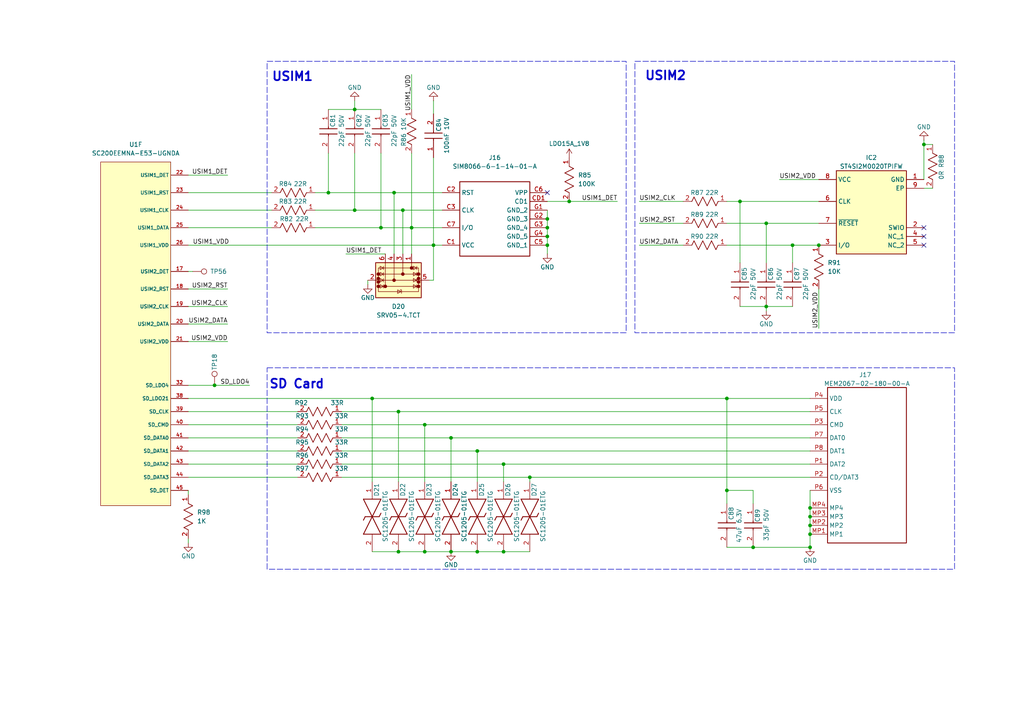
<source format=kicad_sch>
(kicad_sch (version 20250114) (generator "eeschema") (generator_version "9.0")
  (paper "A4")
  (title_block (title "SIMs & SD Card") (date "2025-10-07") (rev "v1.0") (company "Author: Mehmet Cihangir") (comment 1 "CamTracker"))
  (rectangle (start 77.47 106.68) (end 276.86 165.1) (stroke (width 0) (type dash)))
  (rectangle (start 184.15 17.78) (end 276.86 96.52) (stroke (width 0) (type dash)))
  (rectangle (start 77.47 17.78) (end 181.61 96.52) (stroke (width 0) (type dash)))
  (text "USIM2" (at 193.04 22.098 0) (effects (font (size 2.54 2.54) (thickness 0.508) (bold yes))))
  (text "USIM1" (at 84.836 22.352 0) (effects (font (size 2.54 2.54) (thickness 0.508) (bold yes))))
  (text "SD Card" (at 86.106 111.506 0) (effects (font (size 2.54 2.54) (thickness 0.508) (bold yes))))
  (junction (at 102.87 31.75))
  (junction (at 234.95 149.86))
  (junction (at 110.49 66.04))
  (junction (at 95.25 55.88))
  (junction (at 107.95 115.57))
  (junction (at 229.87 71.12))
  (junction (at 146.05 160.02))
  (junction (at 153.67 138.43))
  (junction (at 102.87 60.96))
  (junction (at 115.57 160.02))
  (junction (at 130.81 160.02))
  (junction (at 218.44 158.75))
  (junction (at 267.97 41.91))
  (junction (at 138.43 160.02))
  (junction (at 114.3 55.88))
  (junction (at 165.1 58.42))
  (junction (at 234.95 152.4))
  (junction (at 138.43 130.81))
  (junction (at 62.23 111.76))
  (junction (at 119.38 66.04))
  (junction (at 237.49 71.12))
  (junction (at 158.75 66.04))
  (junction (at 234.95 158.75))
  (junction (at 146.05 134.62))
  (junction (at 116.84 60.96))
  (junction (at 115.57 119.38))
  (junction (at 123.19 160.02))
  (junction (at 158.75 71.12))
  (junction (at 222.25 88.9))
  (junction (at 210.82 115.57))
  (junction (at 210.82 142.24))
  (junction (at 123.19 123.19))
  (junction (at 214.63 58.42))
  (junction (at 222.25 64.77))
  (junction (at 130.81 127))
  (junction (at 158.75 68.58))
  (junction (at 234.95 154.94))
  (junction (at 125.73 71.12))
  (junction (at 234.95 147.32))
  (junction (at 158.75 63.5))
  (no_connect (at 267.97 68.58))
  (no_connect (at 267.97 71.12))
  (no_connect (at 158.75 55.88))
  (no_connect (at 267.97 66.04))
  (wire (pts (xy 54.61 93.98) (xy 66.04 93.98)))
  (wire (pts (xy 158.75 60.96) (xy 158.75 63.5)))
  (wire (pts (xy 218.44 158.75) (xy 234.95 158.75)))
  (wire (pts (xy 158.75 68.58) (xy 158.75 71.12)))
  (wire (pts (xy 119.38 44.45) (xy 119.38 66.04)))
  (wire (pts (xy 119.38 66.04) (xy 110.49 66.04)))
  (wire (pts (xy 222.25 88.9) (xy 229.87 88.9)))
  (wire (pts (xy 153.67 138.43) (xy 234.95 138.43)))
  (wire (pts (xy 153.67 138.43) (xy 153.67 139.7)))
  (wire (pts (xy 102.87 31.75) (xy 110.49 31.75)))
  (wire (pts (xy 267.97 41.91) (xy 270.51 41.91)))
  (wire (pts (xy 210.82 58.42) (xy 214.63 58.42)))
  (wire (pts (xy 107.95 115.57) (xy 107.95 139.7)))
  (wire (pts (xy 237.49 95.25) (xy 237.49 83.82)))
  (wire (pts (xy 54.61 111.76) (xy 62.23 111.76)))
  (wire (pts (xy 119.38 21.59) (xy 119.38 31.75)))
  (wire (pts (xy 102.87 31.75) (xy 102.87 29.21)))
  (wire (pts (xy 198.12 64.77) (xy 185.42 64.77)))
  (wire (pts (xy 210.82 158.75) (xy 218.44 158.75)))
  (wire (pts (xy 267.97 54.61) (xy 270.51 54.61)))
  (wire (pts (xy 214.63 88.9) (xy 222.25 88.9)))
  (wire (pts (xy 99.06 123.19) (xy 123.19 123.19)))
  (wire (pts (xy 54.61 157.48) (xy 54.61 156.21)))
  (wire (pts (xy 54.61 138.43) (xy 86.36 138.43)))
  (wire (pts (xy 138.43 130.81) (xy 234.95 130.81)))
  (wire (pts (xy 54.61 88.9) (xy 66.04 88.9)))
  (wire (pts (xy 234.95 147.32) (xy 234.95 149.86)))
  (wire (pts (xy 107.95 160.02) (xy 115.57 160.02)))
  (wire (pts (xy 222.25 64.77) (xy 237.49 64.77)))
  (wire (pts (xy 107.95 115.57) (xy 210.82 115.57)))
  (wire (pts (xy 130.81 127) (xy 130.81 139.7)))
  (wire (pts (xy 119.38 66.04) (xy 119.38 73.66)))
  (wire (pts (xy 54.61 99.06) (xy 66.04 99.06)))
  (wire (pts (xy 229.87 71.12) (xy 229.87 76.2)))
  (wire (pts (xy 146.05 134.62) (xy 234.95 134.62)))
  (wire (pts (xy 115.57 160.02) (xy 123.19 160.02)))
  (wire (pts (xy 123.19 160.02) (xy 130.81 160.02)))
  (wire (pts (xy 234.95 154.94) (xy 234.95 158.75)))
  (wire (pts (xy 54.61 127) (xy 86.36 127)))
  (wire (pts (xy 130.81 160.02) (xy 138.43 160.02)))
  (wire (pts (xy 115.57 119.38) (xy 234.95 119.38)))
  (wire (pts (xy 66.04 50.8) (xy 54.61 50.8)))
  (wire (pts (xy 123.19 123.19) (xy 234.95 123.19)))
  (wire (pts (xy 198.12 71.12) (xy 185.42 71.12)))
  (wire (pts (xy 222.25 88.9) (xy 222.25 90.17)))
  (wire (pts (xy 114.3 55.88) (xy 114.3 73.66)))
  (wire (pts (xy 125.73 29.21) (xy 125.73 33.02)))
  (wire (pts (xy 237.49 52.07) (xy 226.06 52.07)))
  (wire (pts (xy 158.75 71.12) (xy 158.75 73.66)))
  (wire (pts (xy 54.61 83.82) (xy 66.04 83.82)))
  (wire (pts (xy 95.25 31.75) (xy 102.87 31.75)))
  (wire (pts (xy 267.97 41.91) (xy 267.97 52.07)))
  (wire (pts (xy 62.23 111.76) (xy 72.39 111.76)))
  (wire (pts (xy 54.61 71.12) (xy 125.73 71.12)))
  (wire (pts (xy 128.27 66.04) (xy 119.38 66.04)))
  (wire (pts (xy 128.27 60.96) (xy 116.84 60.96)))
  (wire (pts (xy 99.06 138.43) (xy 153.67 138.43)))
  (wire (pts (xy 54.61 123.19) (xy 86.36 123.19)))
  (wire (pts (xy 54.61 55.88) (xy 78.74 55.88)))
  (wire (pts (xy 54.61 115.57) (xy 107.95 115.57)))
  (wire (pts (xy 125.73 81.28) (xy 125.73 71.12)))
  (wire (pts (xy 114.3 55.88) (xy 95.25 55.88)))
  (wire (pts (xy 130.81 127) (xy 234.95 127)))
  (wire (pts (xy 210.82 115.57) (xy 210.82 142.24)))
  (wire (pts (xy 210.82 64.77) (xy 222.25 64.77)))
  (wire (pts (xy 158.75 58.42) (xy 165.1 58.42)))
  (wire (pts (xy 128.27 55.88) (xy 114.3 55.88)))
  (wire (pts (xy 218.44 142.24) (xy 210.82 142.24)))
  (wire (pts (xy 106.68 82.55) (xy 106.68 81.28)))
  (wire (pts (xy 99.06 119.38) (xy 115.57 119.38)))
  (wire (pts (xy 99.06 130.81) (xy 138.43 130.81)))
  (wire (pts (xy 100.33 73.66) (xy 111.76 73.66)))
  (wire (pts (xy 110.49 44.45) (xy 110.49 66.04)))
  (wire (pts (xy 146.05 134.62) (xy 146.05 139.7)))
  (wire (pts (xy 54.61 130.81) (xy 86.36 130.81)))
  (wire (pts (xy 267.97 40.64) (xy 267.97 41.91)))
  (wire (pts (xy 99.06 127) (xy 130.81 127)))
  (wire (pts (xy 210.82 115.57) (xy 234.95 115.57)))
  (wire (pts (xy 95.25 55.88) (xy 91.44 55.88)))
  (wire (pts (xy 110.49 66.04) (xy 91.44 66.04)))
  (wire (pts (xy 210.82 142.24) (xy 210.82 146.05)))
  (wire (pts (xy 158.75 66.04) (xy 158.75 68.58)))
  (wire (pts (xy 124.46 81.28) (xy 125.73 81.28)))
  (wire (pts (xy 165.1 58.42) (xy 179.07 58.42)))
  (wire (pts (xy 54.61 143.51) (xy 54.61 142.24)))
  (wire (pts (xy 102.87 60.96) (xy 91.44 60.96)))
  (wire (pts (xy 55.88 78.74) (xy 54.61 78.74)))
  (wire (pts (xy 123.19 123.19) (xy 123.19 139.7)))
  (wire (pts (xy 210.82 71.12) (xy 229.87 71.12)))
  (wire (pts (xy 125.73 45.72) (xy 125.73 71.12)))
  (wire (pts (xy 234.95 142.24) (xy 234.95 147.32)))
  (wire (pts (xy 229.87 71.12) (xy 237.49 71.12)))
  (wire (pts (xy 138.43 160.02) (xy 146.05 160.02)))
  (wire (pts (xy 138.43 130.81) (xy 138.43 139.7)))
  (wire (pts (xy 54.61 134.62) (xy 86.36 134.62)))
  (wire (pts (xy 54.61 60.96) (xy 78.74 60.96)))
  (wire (pts (xy 214.63 58.42) (xy 237.49 58.42)))
  (wire (pts (xy 116.84 60.96) (xy 102.87 60.96)))
  (wire (pts (xy 218.44 146.05) (xy 218.44 142.24)))
  (wire (pts (xy 198.12 58.42) (xy 185.42 58.42)))
  (wire (pts (xy 158.75 63.5) (xy 158.75 66.04)))
  (wire (pts (xy 234.95 152.4) (xy 234.95 154.94)))
  (wire (pts (xy 95.25 44.45) (xy 95.25 55.88)))
  (wire (pts (xy 222.25 64.77) (xy 222.25 76.2)))
  (wire (pts (xy 102.87 44.45) (xy 102.87 60.96)))
  (wire (pts (xy 115.57 119.38) (xy 115.57 139.7)))
  (wire (pts (xy 54.61 119.38) (xy 86.36 119.38)))
  (wire (pts (xy 234.95 149.86) (xy 234.95 152.4)))
  (wire (pts (xy 54.61 66.04) (xy 78.74 66.04)))
  (wire (pts (xy 116.84 60.96) (xy 116.84 73.66)))
  (wire (pts (xy 125.73 71.12) (xy 128.27 71.12)))
  (wire (pts (xy 99.06 134.62) (xy 146.05 134.62)))
  (wire (pts (xy 146.05 160.02) (xy 153.67 160.02)))
  (wire (pts (xy 214.63 58.42) (xy 214.63 76.2)))
  (label "USIM2_DATA" (at 66.04 93.98 180))
  (label "USIM2_VDD" (at 66.04 99.06 180))
  (label "USIM1_DET" (at 66.04 50.8 180))
  (label "USIM1_DET" (at 179.07 58.42 180))
  (label "USIM2_DATA" (at 185.42 71.12 0))
  (label "USIM1_VDD" (at 55.88 71.12 0))
  (label "SD_LDO4" (at 72.39 111.76 180))
  (label "USIM2_RST" (at 185.42 64.77 0))
  (label "USIM1_DET" (at 100.33 73.66 0))
  (label "USIM2_VDD" (at 226.06 52.07 0))
  (label "USIM2_RST" (at 66.04 83.82 180))
  (label "USIM2_CLK" (at 66.04 88.9 180))
  (label "USIM1_VDD" (at 119.38 21.59 270))
  (label "USIM2_CLK" (at 185.42 58.42 0))
  (label "USIM2_VDD" (at 237.49 95.25 90))
  (symbol (lib_id "000MCLib:SC1205-01ETG") (at 153.67 149.86 270) (unit 1)
    (property "Reference" "D27" (at 154.94 144.018 0) (effects (justify right)))
    (property "Value" "SC1205-01ETG" (at 157.48 157.226 0) (effects (justify right)))
    (property "Footprint" "000MCLib:SC120501ETG" (effects (hide yes)))
    (property "Datasheet" "https://www.littelfuse.com/media?resourcetype=datasheets&itemid=fff6fc88-c477-4ea4-984b-6b98f832da15&filename=littelfuse-tvs-diode-array-sc1205-01etg-datasheet-1" (effects (hide yes)))
    (property "Description" "TVS Diode, General Purpose Surge Protection" (effects (hide yes)))
    (property "Manufacturer" "Littelfuse" (effects (hide yes)))
    (property "Part Number" "SC1205-01ETG" (effects (hide yes)))
  )
  (symbol (lib_id "000MCLib:RC0402JR-0733RL") (at 92.71 123.19 0) (unit 1)
    (property "Reference" "R93" (at 87.63 120.65 0))
    (property "Value" "33R" (at 99.06 120.65 0))
    (property "Footprint" "000MCLib:RC0402N_YAG" (effects (hide yes)))
    (property "Description" "Resistor 33R 1/16W CH0402" (effects (hide yes)))
    (property "Manufacturer" "YAGEO" (effects (hide yes)))
    (property "Part Number" "RC0402JR-0733RL" (effects (hide yes)))
  )
  (symbol (lib_id "000MCLib:RC0402JR-0733RL") (at 92.71 130.81 0) (unit 1)
    (property "Reference" "R95" (at 87.63 128.27 0))
    (property "Value" "33R" (at 99.06 128.27 0))
    (property "Footprint" "000MCLib:RC0402N_YAG" (effects (hide yes)))
    (property "Description" "Resistor 33R 1/16W CH0402" (effects (hide yes)))
    (property "Manufacturer" "YAGEO" (effects (hide yes)))
    (property "Part Number" "RC0402JR-0733RL" (effects (hide yes)))
  )
  (symbol (lib_id "000MCLib:RC0402JR-07100KL") (at 165.1 52.07 90) (unit 1)
    (property "Reference" "R85" (at 167.64 50.7999 90) (effects (justify right)))
    (property "Value" "100K" (at 167.64 53.3399 90) (effects (justify right)))
    (property "Footprint" "000MCLib:RC0402N_YAG" (effects (hide yes)))
    (property "Description" "Resistor 100K 1/16W CH0402" (effects (hide yes)))
    (property "Manufacturer" "YAGEO" (effects (hide yes)))
    (property "Part Number" "RC0402JR-07100KL" (effects (hide yes)))
  )
  (symbol (lib_id "power:GND") (at 106.68 82.55 0) (unit 1)
    (property "Reference" "#PWR0140" (effects (hide yes)))
    (property "Value" "GND" (at 106.68 86.36 0))
    (property "Description" "Power symbol creates a global label with name \"GND\" , ground" (effects (hide yes)))
  )
  (symbol (lib_id "000MCLib:RC0402JR-0733RL") (at 92.71 119.38 0) (unit 1)
    (property "Reference" "R92" (at 87.376 116.84 0))
    (property "Value" "33R" (at 97.79 116.84 0))
    (property "Footprint" "000MCLib:RC0402N_YAG" (effects (hide yes)))
    (property "Description" "Resistor 33R 1/16W CH0402" (effects (hide yes)))
    (property "Manufacturer" "YAGEO" (effects (hide yes)))
    (property "Part Number" "RC0402JR-0733RL" (effects (hide yes)))
  )
  (symbol (lib_id "000MCLib:GRM155R71A104KA01D") (at 125.73 39.37 90) (unit 1)
    (property "Reference" "C84" (at 127.254 34.29 0) (effects (justify right)))
    (property "Value" "100nF 10V" (at 129.54 34.036 0) (effects (justify right)))
    (property "Footprint" "000MCLib:CAPC1005X55N" (effects (hide yes)))
    (property "Datasheet" "http://www.murata.com/~/media/webrenewal/support/library/catalog/products/capacitor/mlcc/c02e.pdf" (effects (hide yes)))
    (property "Description" "Capacitor 100nF, 10V, X7R, 0402" (effects (hide yes)))
    (property "Manufacturer" "Murata Electronics" (effects (hide yes)))
    (property "Part Number" "GRM155R71A104KA01D" (effects (hide yes)))
  )
  (symbol (lib_id "000MCLib:RC0402JR-0722RL") (at 204.47 64.77 0) (unit 1)
    (property "Reference" "R89" (at 202.184 62.23 0))
    (property "Value" "22R" (at 206.502 62.23 0))
    (property "Footprint" "000MCLib:RC0402N_YAG" (effects (hide yes)))
    (property "Description" "Resistor 22R 1/16W CH0402" (effects (hide yes)))
    (property "Manufacturer" "YAGEO" (effects (hide yes)))
    (property "Part Number" "RC0402JR-0722RL" (effects (hide yes)))
  )
  (symbol (lib_id "000MCLib:RC0402JR-0722RL") (at 85.09 66.04 0) (unit 1)
    (property "Reference" "R82" (at 83.058 63.5 0))
    (property "Value" "22R" (at 87.63 63.5 0))
    (property "Footprint" "000MCLib:RC0402N_YAG" (effects (hide yes)))
    (property "Description" "Resistor 22R 1/16W CH0402" (effects (hide yes)))
    (property "Manufacturer" "YAGEO" (effects (hide yes)))
    (property "Part Number" "RC0402JR-0722RL" (effects (hide yes)))
  )
  (symbol (lib_id "000MCLib:RC0402JR-0733RL") (at 92.71 127 0) (unit 1)
    (property "Reference" "R94" (at 87.63 124.46 0))
    (property "Value" "33R" (at 99.06 124.46 0))
    (property "Footprint" "000MCLib:RC0402N_YAG" (effects (hide yes)))
    (property "Description" "Resistor 33R 1/16W CH0402" (effects (hide yes)))
    (property "Manufacturer" "YAGEO" (effects (hide yes)))
    (property "Part Number" "RC0402JR-0733RL" (effects (hide yes)))
  )
  (symbol (lib_id "000MCLib:SC1205-01ETG") (at 146.05 149.86 270) (unit 1)
    (property "Reference" "D26" (at 147.32 144.018 0) (effects (justify right)))
    (property "Value" "SC1205-01ETG" (at 149.86 157.226 0) (effects (justify right)))
    (property "Footprint" "000MCLib:SC120501ETG" (effects (hide yes)))
    (property "Datasheet" "https://www.littelfuse.com/media?resourcetype=datasheets&itemid=fff6fc88-c477-4ea4-984b-6b98f832da15&filename=littelfuse-tvs-diode-array-sc1205-01etg-datasheet-1" (effects (hide yes)))
    (property "Description" "TVS Diode, General Purpose Surge Protection" (effects (hide yes)))
    (property "Manufacturer" "Littelfuse" (effects (hide yes)))
    (property "Part Number" "SC1205-01ETG" (effects (hide yes)))
  )
  (symbol (lib_id "000MCLib:RC0402JR-0733RL") (at 92.71 138.43 0) (unit 1)
    (property "Reference" "R97" (at 87.63 135.89 0))
    (property "Value" "33R" (at 99.06 135.89 0))
    (property "Footprint" "000MCLib:RC0402N_YAG" (effects (hide yes)))
    (property "Description" "Resistor 33R 1/16W CH0402" (effects (hide yes)))
    (property "Manufacturer" "YAGEO" (effects (hide yes)))
    (property "Part Number" "RC0402JR-0733RL" (effects (hide yes)))
  )
  (symbol (lib_id "000MCLib:GRM31CR60J476ME19L") (at 210.82 152.4 270) (unit 1)
    (property "Reference" "C88" (at 212.09 150.876 0) (effects (justify right)))
    (property "Value" "47uF 6.3V" (at 214.376 157.48 0) (effects (justify right)))
    (property "Footprint" "000MCLib:GRM31x" (effects (hide yes)))
    (property "Datasheet" "https://search.murata.co.jp/Ceramy/image/img/A01X/G101/ENG/GRM31CR60J476ME19-01A.pdf" (effects (hide yes)))
    (property "Description" "Capacitor 47uF, 6.3V, X5R" (effects (hide yes)))
    (property "Manufacturer" "Murata Electronics" (effects (hide yes)))
    (property "Part Number" "GRM31CR60J476ME19L" (effects (hide yes)))
  )
  (symbol (lib_id "000MCLib:SC1205-01ETG") (at 107.95 149.86 270) (unit 1)
    (property "Reference" "D21" (at 109.22 144.018 0) (effects (justify right)))
    (property "Value" "SC1205-01ETG" (at 111.76 157.226 0) (effects (justify right)))
    (property "Footprint" "000MCLib:SC120501ETG" (effects (hide yes)))
    (property "Datasheet" "https://www.littelfuse.com/media?resourcetype=datasheets&itemid=fff6fc88-c477-4ea4-984b-6b98f832da15&filename=littelfuse-tvs-diode-array-sc1205-01etg-datasheet-1" (effects (hide yes)))
    (property "Description" "TVS Diode, General Purpose Surge Protection" (effects (hide yes)))
    (property "Manufacturer" "Littelfuse" (effects (hide yes)))
    (property "Part Number" "SC1205-01ETG" (effects (hide yes)))
  )
  (symbol (lib_id "000MCLib:RC0402JR-0710KL") (at 237.49 77.47 90) (unit 1)
    (property "Reference" "R91" (at 240.03 76.1999 90) (effects (justify right)))
    (property "Value" "10K" (at 240.03 78.7399 90) (effects (justify right)))
    (property "Footprint" "000MCLib:RC0402N_YAG" (effects (hide yes)))
    (property "Description" "Resistor 10K 1/16W CH0402" (effects (hide yes)))
    (property "Manufacturer" "YAGEO" (effects (hide yes)))
    (property "Part Number" "RC0402JR-0710KL" (effects (hide yes)))
  )
  (symbol (lib_id "000MCLib:GRM1555C1H330JA01D") (at 218.44 152.4 270) (unit 1)
    (property "Reference" "C89" (at 219.71 147.574 0) (effects (justify left)))
    (property "Value" "33pF 50V" (at 222.25 147.574 0) (effects (justify left)))
    (property "Footprint" "000MCLib:CAPC1005X55N" (effects (hide yes)))
    (property "Datasheet" "http://www.murata.com/~/media/webrenewal/support/library/catalog/products/capacitor/mlcc/c02e.pdf" (effects (hide yes)))
    (property "Description" "Capacitor 33pF, 50V, X5R, 0402" (effects (hide yes)))
    (property "Manufacturer" "Murata Electronics" (effects (hide yes)))
    (property "Part Number" "GRM1555C1H330JA01D" (effects (hide yes)))
  )
  (symbol (lib_id "power:GND") (at 267.97 40.64 180) (unit 1)
    (property "Reference" "#PWR0141" (effects (hide yes)))
    (property "Value" "GND" (at 267.97 36.83 0))
    (property "Description" "Power symbol creates a global label with name \"GND\" , ground" (effects (hide yes)))
  )
  (symbol (lib_id "power:GND") (at 130.81 160.02 0) (unit 1)
    (property "Reference" "#PWR0145" (effects (hide yes)))
    (property "Value" "GND" (at 130.81 163.83 0))
    (property "Description" "Power symbol creates a global label with name \"GND\" , ground" (effects (hide yes)))
  )
  (symbol (lib_id "000MCLib:SRV05-4.TCT") (at 115.57 81.28 270) (unit 1)
    (property "Reference" "D20" (at 115.57 88.9 90))
    (property "Value" "SRV05-4.TCT" (at 115.57 91.44 90))
    (property "Footprint" "000MCLib:SOT95P280X145-6N" (effects (hide yes)))
    (property "Datasheet" "https://datasheet.datasheetarchive.com/originals/distributors/Datasheets-DGA26/1842016.pdf" (effects (hide yes)))
    (property "Description" "TVS Diode Array, 300W, 6-Pin SOT-23" (effects (hide yes)))
    (property "Manufacturer" "SEMTECH" (effects (hide yes)))
    (property "Part Number" "SRV05-4.TCT" (effects (hide yes)))
  )
  (symbol (lib_id "000MCLib:RC0402JR-0710KL") (at 119.38 38.1 90) (unit 1)
    (property "Reference" "R86" (at 117.094 38.608 0) (effects (justify right)))
    (property "Value" "10K" (at 117.094 34.036 0) (effects (justify right)))
    (property "Footprint" "000MCLib:RC0402N_YAG" (effects (hide yes)))
    (property "Description" "Resistor 10K 1/16W CH0402" (effects (hide yes)))
    (property "Manufacturer" "YAGEO" (effects (hide yes)))
    (property "Part Number" "RC0402JR-0710KL" (effects (hide yes)))
  )
  (symbol (lib_id "000MCLib:GRM1555C1H220JA01D") (at 214.63 82.55 270) (unit 1)
    (property "Reference" "C85" (at 215.9 77.47 0) (effects (justify left)))
    (property "Value" "22pF 50V" (at 218.44 77.724 0) (effects (justify left)))
    (property "Footprint" "000MCLib:CAPC1005X55N" (effects (hide yes)))
    (property "Datasheet" "http://www.murata.com/~/media/webrenewal/support/library/catalog/products/capacitor/mlcc/c02e.pdf" (effects (hide yes)))
    (property "Description" "Capacitor 22pF, 50V, X5R, 0402" (effects (hide yes)))
    (property "Manufacturer" "Murata Electronics" (effects (hide yes)))
    (property "Part Number" "GRM1555C1H220JA01D" (effects (hide yes)))
  )
  (symbol (lib_id "power:GND") (at 102.87 29.21 180) (unit 1)
    (property "Reference" "#PWR0138" (effects (hide yes)))
    (property "Value" "GND" (at 102.87 25.4 0))
    (property "Description" "Power symbol creates a global label with name \"GND\" , ground" (effects (hide yes)))
  )
  (symbol (lib_id "power:GND") (at 54.61 157.48 0) (unit 1)
    (property "Reference" "#PWR0144" (effects (hide yes)))
    (property "Value" "GND" (at 54.61 161.29 0))
    (property "Description" "Power symbol creates a global label with name \"GND\" , ground" (effects (hide yes)))
  )
  (symbol (lib_id "000MCLib:TestPoint") (at 62.23 111.76 0) (unit 1)
    (property "Reference" "TP18" (at 62.23 107.442 90) (effects (justify left)))
    (property "Value" "Sens_M" (effects (hide yes)))
    (property "Footprint" "TestPoint:TestPoint_Pad_D1.0mm" (effects (hide yes)))
    (property "Description" "test point" (effects (hide yes)))
  )
  (symbol (lib_id "000MCLib:TestPoint") (at 55.88 78.74 270) (unit 1)
    (property "Reference" "TP56" (at 60.96 78.74 90) (effects (justify left)))
    (property "Value" "VBAT" (effects (hide yes)))
    (property "Footprint" "TestPoint:TestPoint_Pad_D1.0mm" (effects (hide yes)))
    (property "Description" "test point" (effects (hide yes)))
  )
  (symbol (lib_id "power:VDD") (at 165.1 45.72 0) (unit 1)
    (property "Reference" "#PWR0137" (effects (hide yes)))
    (property "Value" "LDO15A_1V8" (at 165.1 41.656 0))
    (property "Description" "Power symbol creates a global label with name \"VDD\"" (effects (hide yes)))
  )
  (symbol (lib_id "000MCLib:SC1205-01ETG") (at 115.57 149.86 270) (unit 1)
    (property "Reference" "D22" (at 116.84 144.018 0) (effects (justify right)))
    (property "Value" "SC1205-01ETG" (at 119.38 157.226 0) (effects (justify right)))
    (property "Footprint" "000MCLib:SC120501ETG" (effects (hide yes)))
    (property "Datasheet" "https://www.littelfuse.com/media?resourcetype=datasheets&itemid=fff6fc88-c477-4ea4-984b-6b98f832da15&filename=littelfuse-tvs-diode-array-sc1205-01etg-datasheet-1" (effects (hide yes)))
    (property "Description" "TVS Diode, General Purpose Surge Protection" (effects (hide yes)))
    (property "Manufacturer" "Littelfuse" (effects (hide yes)))
    (property "Part Number" "SC1205-01ETG" (effects (hide yes)))
  )
  (symbol (lib_id "000MCLib:SC1205-01ETG") (at 138.43 149.86 270) (unit 1)
    (property "Reference" "D25" (at 139.7 144.018 0) (effects (justify right)))
    (property "Value" "SC1205-01ETG" (at 142.24 157.226 0) (effects (justify right)))
    (property "Footprint" "000MCLib:SC120501ETG" (effects (hide yes)))
    (property "Datasheet" "https://www.littelfuse.com/media?resourcetype=datasheets&itemid=fff6fc88-c477-4ea4-984b-6b98f832da15&filename=littelfuse-tvs-diode-array-sc1205-01etg-datasheet-1" (effects (hide yes)))
    (property "Description" "TVS Diode, General Purpose Surge Protection" (effects (hide yes)))
    (property "Manufacturer" "Littelfuse" (effects (hide yes)))
    (property "Part Number" "SC1205-01ETG" (effects (hide yes)))
  )
  (symbol (lib_id "000MCLib:GRM1555C1H220JA01D") (at 229.87 82.55 270) (unit 1)
    (property "Reference" "C87" (at 231.14 77.47 0) (effects (justify left)))
    (property "Value" "22pF 50V" (at 233.68 77.724 0) (effects (justify left)))
    (property "Footprint" "000MCLib:CAPC1005X55N" (effects (hide yes)))
    (property "Datasheet" "http://www.murata.com/~/media/webrenewal/support/library/catalog/products/capacitor/mlcc/c02e.pdf" (effects (hide yes)))
    (property "Description" "Capacitor 22pF, 50V, X5R, 0402" (effects (hide yes)))
    (property "Manufacturer" "Murata Electronics" (effects (hide yes)))
    (property "Part Number" "GRM1555C1H220JA01D" (effects (hide yes)))
  )
  (symbol (lib_id "power:GND") (at 158.75 73.66 0) (unit 1)
    (property "Reference" "#PWR0136" (effects (hide yes)))
    (property "Value" "GND" (at 158.75 77.47 0))
    (property "Description" "Power symbol creates a global label with name \"GND\" , ground" (effects (hide yes)))
  )
  (symbol (lib_id "000MCLib:RC0402JR-070RL") (at 270.51 48.26 90) (unit 1)
    (property "Reference" "R88" (at 273.05 46.736 0))
    (property "Value" "0R" (at 273.05 50.8 0))
    (property "Footprint" "000MCLib:RC0402N_YAG" (effects (hide yes)))
    (property "Description" "Resistor 0R 1/16W CH0402" (effects (hide yes)))
    (property "Manufacturer" "YAGEO" (effects (hide yes)))
    (property "Part Number" "RC0402JR-070RL" (effects (hide yes)))
  )
  (symbol (lib_id "000MCLib:GRM1555C1H220JA01D") (at 222.25 82.55 270) (unit 1)
    (property "Reference" "C86" (at 223.52 77.47 0) (effects (justify left)))
    (property "Value" "22pF 50V" (at 226.06 77.724 0) (effects (justify left)))
    (property "Footprint" "000MCLib:CAPC1005X55N" (effects (hide yes)))
    (property "Datasheet" "http://www.murata.com/~/media/webrenewal/support/library/catalog/products/capacitor/mlcc/c02e.pdf" (effects (hide yes)))
    (property "Description" "Capacitor 22pF, 50V, X5R, 0402" (effects (hide yes)))
    (property "Manufacturer" "Murata Electronics" (effects (hide yes)))
    (property "Part Number" "GRM1555C1H220JA01D" (effects (hide yes)))
  )
  (symbol (lib_id "000MCLib:GRM1555C1H220JA01D") (at 110.49 38.1 270) (unit 1)
    (property "Reference" "C83" (at 111.76 33.02 0) (effects (justify left)))
    (property "Value" "22pF 50V" (at 114.3 33.274 0) (effects (justify left)))
    (property "Footprint" "000MCLib:CAPC1005X55N" (effects (hide yes)))
    (property "Datasheet" "http://www.murata.com/~/media/webrenewal/support/library/catalog/products/capacitor/mlcc/c02e.pdf" (effects (hide yes)))
    (property "Description" "Capacitor 22pF, 50V, X5R, 0402" (effects (hide yes)))
    (property "Manufacturer" "Murata Electronics" (effects (hide yes)))
    (property "Part Number" "GRM1555C1H220JA01D" (effects (hide yes)))
  )
  (symbol (lib_id "000MCLib:RC0402JR-0722RL") (at 204.47 58.42 0) (unit 1)
    (property "Reference" "R87" (at 202.184 55.88 0))
    (property "Value" "22R" (at 206.502 55.88 0))
    (property "Footprint" "000MCLib:RC0402N_YAG" (effects (hide yes)))
    (property "Description" "Resistor 22R 1/16W CH0402" (effects (hide yes)))
    (property "Manufacturer" "YAGEO" (effects (hide yes)))
    (property "Part Number" "RC0402JR-0722RL" (effects (hide yes)))
  )
  (symbol (lib_id "000MCLib:RC0402JR-0722RL") (at 204.47 71.12 0) (unit 1)
    (property "Reference" "R90" (at 202.184 68.58 0))
    (property "Value" "22R" (at 206.502 68.58 0))
    (property "Footprint" "000MCLib:RC0402N_YAG" (effects (hide yes)))
    (property "Description" "Resistor 22R 1/16W CH0402" (effects (hide yes)))
    (property "Manufacturer" "YAGEO" (effects (hide yes)))
    (property "Part Number" "RC0402JR-0722RL" (effects (hide yes)))
  )
  (symbol (lib_id "000MCLib:RC0402JR-0722RL") (at 85.09 55.88 0) (unit 1)
    (property "Reference" "R84" (at 82.804 53.34 0))
    (property "Value" "22R" (at 87.122 53.34 0))
    (property "Footprint" "000MCLib:RC0402N_YAG" (effects (hide yes)))
    (property "Description" "Resistor 22R 1/16W CH0402" (effects (hide yes)))
    (property "Manufacturer" "YAGEO" (effects (hide yes)))
    (property "Part Number" "RC0402JR-0722RL" (effects (hide yes)))
  )
  (symbol (lib_id "000MCLib:SC1205-01ETG") (at 123.19 149.86 270) (unit 1)
    (property "Reference" "D23" (at 124.46 144.018 0) (effects (justify right)))
    (property "Value" "SC1205-01ETG" (at 127 157.226 0) (effects (justify right)))
    (property "Footprint" "000MCLib:SC120501ETG" (effects (hide yes)))
    (property "Datasheet" "https://www.littelfuse.com/media?resourcetype=datasheets&itemid=fff6fc88-c477-4ea4-984b-6b98f832da15&filename=littelfuse-tvs-diode-array-sc1205-01etg-datasheet-1" (effects (hide yes)))
    (property "Description" "TVS Diode, General Purpose Surge Protection" (effects (hide yes)))
    (property "Manufacturer" "Littelfuse" (effects (hide yes)))
    (property "Part Number" "SC1205-01ETG" (effects (hide yes)))
  )
  (symbol (lib_id "000MCLib:SIM8066-6-1-14-01-A") (at 143.51 59.69 0) (unit 1)
    (property "Reference" "J16" (at 143.51 45.72 0))
    (property "Value" "SIM8066-6-1-14-01-A" (at 143.51 48.26 0))
    (property "Footprint" "000MCLib:SIM8066611401A" (effects (hide yes)))
    (property "Datasheet" "https://gct.co/connector/sim8066" (effects (hide yes)))
    (property "Description" "Connector Memory Card Connectors 1.44mm Nano SIM Conn w/Peg and Switch" (effects (hide yes)))
    (property "Manufacturer" "GCT (GLOBAL CONNECTOR TECHNOLOGY)" (effects (hide yes)))
    (property "Part Number" "SIM8066-6-1-14-01-A" (effects (hide yes)))
  )
  (symbol (lib_id "000MCLib:RC0402JR-0733RL") (at 92.71 134.62 0) (unit 1)
    (property "Reference" "R96" (at 87.63 132.08 0))
    (property "Value" "33R" (at 99.06 132.08 0))
    (property "Footprint" "000MCLib:RC0402N_YAG" (effects (hide yes)))
    (property "Description" "Resistor 33R 1/16W CH0402" (effects (hide yes)))
    (property "Manufacturer" "YAGEO" (effects (hide yes)))
    (property "Part Number" "RC0402JR-0733RL" (effects (hide yes)))
  )
  (symbol (lib_id "000MCLib:RC0402JR-0722RL") (at 85.09 60.96 0) (unit 1)
    (property "Reference" "R83" (at 82.804 58.42 0))
    (property "Value" "22R" (at 87.122 58.42 0))
    (property "Footprint" "000MCLib:RC0402N_YAG" (effects (hide yes)))
    (property "Description" "Resistor 22R 1/16W CH0402" (effects (hide yes)))
    (property "Manufacturer" "YAGEO" (effects (hide yes)))
    (property "Part Number" "RC0402JR-0722RL" (effects (hide yes)))
  )
  (symbol (lib_id "000MCLib:GRM1555C1H220JA01D") (at 102.87 38.1 270) (unit 1)
    (property "Reference" "C82" (at 104.14 33.02 0) (effects (justify left)))
    (property "Value" "22pF 50V" (at 106.68 33.274 0) (effects (justify left)))
    (property "Footprint" "000MCLib:CAPC1005X55N" (effects (hide yes)))
    (property "Datasheet" "http://www.murata.com/~/media/webrenewal/support/library/catalog/products/capacitor/mlcc/c02e.pdf" (effects (hide yes)))
    (property "Description" "Capacitor 22pF, 50V, X5R, 0402" (effects (hide yes)))
    (property "Manufacturer" "Murata Electronics" (effects (hide yes)))
    (property "Part Number" "GRM1555C1H220JA01D" (effects (hide yes)))
  )
  (symbol (lib_id "000MCLib:RC0402JR-071KL") (at 54.61 149.86 90) (unit 1)
    (property "Reference" "R98" (at 57.15 148.5899 90) (effects (justify right)))
    (property "Value" "1K" (at 57.15 151.1299 90) (effects (justify right)))
    (property "Footprint" "000MCLib:RC0402N_YAG" (effects (hide yes)))
    (property "Description" "Resistor 1K 1/16W CH0402" (effects (hide yes)))
    (property "Manufacturer" "YAGEO" (effects (hide yes)))
    (property "Part Number" "RC0402JR-071KL" (effects (hide yes)))
  )
  (symbol (lib_id "000MCLib:MEM2067-02-180-00-A") (at 251.46 133.35 0) (unit 1)
    (property "Reference" "J17" (at 250.952 108.712 0))
    (property "Value" "MEM2067-02-180-00-A" (at 251.46 111.252 0))
    (property "Footprint" "000MCLib:MEM20670218000A" (effects (hide yes)))
    (property "Datasheet" "https://gct.co/files/drawings/mem2067.pdf" (effects (hide yes)))
    (property "Description" "Connector - MEM2067-02-180-00-A - Memory Socket, MEM2067 Series, Memory Card, 8 Contacts, Copper Alloy, Gold Plated Contacts" (effects (hide yes)))
    (property "Manufacturer" "GCT (GLOBAL CONNECTOR TECHNOLOGY)" (effects (hide yes)))
    (property "Part Number" "MEM2067-02-180-00-A" (effects (hide yes)))
  )
  (symbol (lib_id "000MCLib:GRM1555C1H220JA01D") (at 95.25 38.1 270) (unit 1)
    (property "Reference" "C81" (at 96.52 33.02 0) (effects (justify left)))
    (property "Value" "22pF 50V" (at 99.06 33.274 0) (effects (justify left)))
    (property "Footprint" "000MCLib:CAPC1005X55N" (effects (hide yes)))
    (property "Datasheet" "http://www.murata.com/~/media/webrenewal/support/library/catalog/products/capacitor/mlcc/c02e.pdf" (effects (hide yes)))
    (property "Description" "Capacitor 22pF, 50V, X5R, 0402" (effects (hide yes)))
    (property "Manufacturer" "Murata Electronics" (effects (hide yes)))
    (property "Part Number" "GRM1555C1H220JA01D" (effects (hide yes)))
  )
  (symbol (lib_id "power:GND") (at 125.73 29.21 180) (unit 1)
    (property "Reference" "#PWR0139" (effects (hide yes)))
    (property "Value" "GND" (at 125.73 25.4 0))
    (property "Description" "Power symbol creates a global label with name \"GND\" , ground" (effects (hide yes)))
  )
  (symbol (lib_id "000MCLib:SC1205-01ETG") (at 130.81 149.86 270) (unit 1)
    (property "Reference" "D24" (at 132.08 144.018 0) (effects (justify right)))
    (property "Value" "SC1205-01ETG" (at 134.62 157.226 0) (effects (justify right)))
    (property "Footprint" "000MCLib:SC120501ETG" (effects (hide yes)))
    (property "Datasheet" "https://www.littelfuse.com/media?resourcetype=datasheets&itemid=fff6fc88-c477-4ea4-984b-6b98f832da15&filename=littelfuse-tvs-diode-array-sc1205-01etg-datasheet-1" (effects (hide yes)))
    (property "Description" "TVS Diode, General Purpose Surge Protection" (effects (hide yes)))
    (property "Manufacturer" "Littelfuse" (effects (hide yes)))
    (property "Part Number" "SC1205-01ETG" (effects (hide yes)))
  )
  (symbol (lib_id "power:GND") (at 234.95 158.75 0) (unit 1)
    (property "Reference" "#PWR0143" (effects (hide yes)))
    (property "Value" "GND" (at 234.95 162.56 0))
    (property "Description" "Power symbol creates a global label with name \"GND\" , ground" (effects (hide yes)))
  )
  (symbol (lib_id "000MCLib:SC200E") (at 39.37 90.17 0) (unit 6)
    (property "Reference" "U1" (at 39.37 41.91 0))
    (property "Value" "SC200EEMNA-E53-UGNDA" (at 39.37 44.45 0))
    (property "Footprint" "000MCLib:SC200E_SC206E" (effects (hide yes)))
    (property "Description" "SC200E Smart Module" (effects (hide yes)))
    (property "Manufacturer" "Quectel" (effects (hide yes)))
    (property "Part Number" "SC200EEMNA-E53-UGNDA" (effects (hide yes)))
  )
  (symbol (lib_id "power:GND") (at 222.25 90.17 0) (unit 1)
    (property "Reference" "#PWR0142" (effects (hide yes)))
    (property "Value" "GND" (at 222.25 93.98 0))
    (property "Description" "Power symbol creates a global label with name \"GND\" , ground" (effects (hide yes)))
  )
  (symbol (lib_id "000MCLib:ST4SI2M0020TPIFW") (at 237.49 53.34 0) (unit 1)
    (property "Reference" "IC2" (at 252.73 45.72 0))
    (property "Value" "ST4SI2M0020TPIFW" (at 252.73 48.26 0))
    (property "Footprint" "SON127P600X500X100-9N" (effects (hide yes)))
    (property "Description" "ESIM GSMA SYS-ON-CHIP SOLUTION, VFDFPN" (effects (hide yes)))
    (property "Manufacturer" "STMicroelectronics" (effects (hide yes)))
    (property "Part Number" "ST4SI2M0020TPIFW" (effects (hide yes)))
  )
)
</source>
